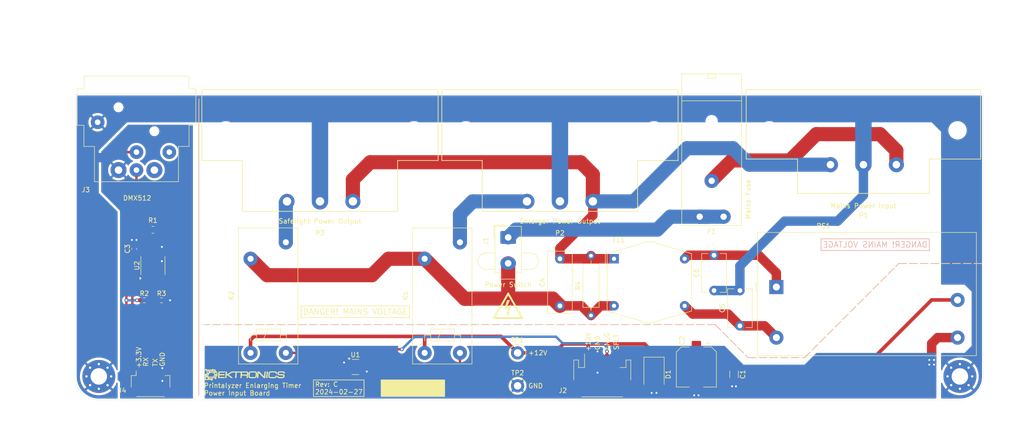
<source format=kicad_pcb>
(kicad_pcb (version 20240108) (generator "pcbnew") (generator_version "8.0")
  (title_block (title "Printalyzer - Power Input Board") (date "2024-02-27") (rev "C") (company "Dektronics, Inc.") (comment 1 "Derek Konigsberg"))
  (layers (0 "F.Cu" signal) (31 "B.Cu" signal) (34 "B.Paste" user) (35 "F.Paste" user) (36 "B.SilkS" user "B.Silkscreen") (37 "F.SilkS" user "F.Silkscreen") (38 "B.Mask" user) (39 "F.Mask" user) (44 "Edge.Cuts" user))
  (net 0 "")
  (net 1 "GND")
  (net 2 "+12V")
  (net 3 "LINE")
  (net 4 "/ENLG_AC_L")
  (net 5 "/SFLT_AC_L")
  (net 6 "NEUT")
  (net 7 "/RELAY_ENLARGER")
  (net 8 "/RELAY_SAFELIGHT")
  (net 9 "Earth")
  (net 10 "+3.3V")
  (net 11 "/RS-485-")
  (net 12 "/RS-485+")
  (net 13 "/RX")
  (net 14 "/RX_EN")
  (net 15 "/TX_EN")
  (net 16 "/TX")
  (net 17 "GND1")
  (net 18 "Net-(J1-A)")
  (net 19 "/AC_F_L")
  (net 22 "Net-(U1-DRAIN1)")
  (net 23 "Net-(U1-DRAIN2)")
  (net 24 "Net-(P1-AC_L)")
  (net 25 "/AC_F_N")
  (footprint "MountingHole:MountingHole_3.5mm_Pad_Via" (layer "F.Cu") (at 41 100)
    (property "Reference" "H1" (hide yes))
    (property "Value" "MountingHole_Pad")
    (pad "1" thru_hole circle (at -2.625 0) (size 0.8 0.8) (drill 0.5) (layers "*.Cu" "*.Mask") (net 9 "Earth"))
    (pad "1" thru_hole circle (at -1.856155 -1.856155) (size 0.8 0.8) (drill 0.5) (layers "*.Cu" "*.Mask") (net 9 "Earth"))
    (pad "1" thru_hole circle (at -1.856155 1.856155) (size 0.8 0.8) (drill 0.5) (layers "*.Cu" "*.Mask") (net 9 "Earth"))
    (pad "1" thru_hole circle (at 0 -2.625) (size 0.8 0.8) (drill 0.5) (layers "*.Cu" "*.Mask") (net 9 "Earth"))
    (pad "1" thru_hole circle (at 0 0) (size 7 7) (drill 3.5) (layers "*.Cu" "*.Mask") (net 9 "Earth"))
    (pad "1" thru_hole circle (at 0 2.625) (size 0.8 0.8) (drill 0.5) (layers "*.Cu" "*.Mask") (net 9 "Earth"))
    (pad "1" thru_hole circle (at 1.856155 -1.856155) (size 0.8 0.8) (drill 0.5) (layers "*.Cu" "*.Mask") (net 9 "Earth"))
    (pad "1" thru_hole circle (at 1.856155 1.856155) (size 0.8 0.8) (drill 0.5) (layers "*.Cu" "*.Mask") (net 9 "Earth"))
    (pad "1" thru_hole circle (at 2.625 0) (size 0.8 0.8) (drill 0.5) (layers "*.Cu" "*.Mask") (net 9 "Earth"))
  )
  (footprint "MountingHole:MountingHole_3.5mm_Pad_Via" (layer "F.Cu") (at 224 100)
    (property "Reference" "H2" (hide yes))
    (property "Value" "MountingHole_Pad")
    (pad "1" thru_hole circle (at -2.625 0) (size 0.8 0.8) (drill 0.5) (layers "*.Cu" "*.Mask") (net 9 "Earth"))
    (pad "1" thru_hole circle (at -1.856155 -1.856155) (size 0.8 0.8) (drill 0.5) (layers "*.Cu" "*.Mask") (net 9 "Earth"))
    (pad "1" thru_hole circle (at -1.856155 1.856155) (size 0.8 0.8) (drill 0.5) (layers "*.Cu" "*.Mask") (net 9 "Earth"))
    (pad "1" thru_hole circle (at 0 -2.625) (size 0.8 0.8) (drill 0.5) (layers "*.Cu" "*.Mask") (net 9 "Earth"))
    (pad "1" thru_hole circle (at 0 0) (size 7 7) (drill 3.5) (layers "*.Cu" "*.Mask") (net 9 "Earth"))
    (pad "1" thru_hole circle (at 0 2.625) (size 0.8 0.8) (drill 0.5) (layers "*.Cu" "*.Mask") (net 9 "Earth"))
    (pad "1" thru_hole circle (at 1.856155 -1.856155) (size 0.8 0.8) (drill 0.5) (layers "*.Cu" "*.Mask") (net 9 "Earth"))
    (pad "1" thru_hole circle (at 1.856155 1.856155) (size 0.8 0.8) (drill 0.5) (layers "*.Cu" "*.Mask") (net 9 "Earth"))
    (pad "1" thru_hole circle (at 2.625 0) (size 0.8 0.8) (drill 0.5) (layers "*.Cu" "*.Mask") (net 9 "Earth"))
  )
  (footprint "lib_fp:Relay_SPST_Omron_G2RL-1A" (layer "F.Cu") (at 110.25 95 90)
    (property "Reference" "K1" (at 12.192 -4.064 90) (layer "F.SilkS"))
    (property "Value" "SPST-NO")
    (pad "1" thru_hole circle (at 0 7.5 90) (size 3 3) (drill 1.3) (layers "*.Cu" "*.Mask") (net 22 "Net-(U1-DRAIN1)"))
    (pad "3" thru_hole circle (at 23.5 7.5 90) (size 3 3) (drill 1.3) (layers "*.Cu" "*.Mask") (net 4 "/ENLG_AC_L"))
    (pad "4" thru_hole circle (at 20 0 90) (size 3 3) (drill 1.3) (layers "*.Cu" "*.Mask") (net 3 "LINE"))
    (pad "5" thru_hole circle (at 0 0 90) (size 3 3) (drill 1.3) (layers "*.Cu" "*.Mask") (net 2 "+12V"))
  )
  (footprint "lib_fp:Relay_SPST_Omron_G2RL-1A" (layer "F.Cu") (at 73.25 95 90)
    (property "Reference" "K2" (at 12.192 -4.064 90) (layer "F.SilkS"))
    (property "Value" "SPST-NO")
    (pad "1" thru_hole circle (at 0 7.5 90) (size 3 3) (drill 1.3) (layers "*.Cu" "*.Mask") (net 23 "Net-(U1-DRAIN2)"))
    (pad "3" thru_hole circle (at 23.5 7.5 90) (size 3 3) (drill 1.3) (layers "*.Cu" "*.Mask") (net 5 "/SFLT_AC_L"))
    (pad "4" thru_hole circle (at 20 0 90) (size 3 3) (drill 1.3) (layers "*.Cu" "*.Mask") (net 3 "LINE"))
    (pad "5" thru_hole circle (at 0 0 90) (size 3 3) (drill 1.3) (layers "*.Cu" "*.Mask") (net 2 "+12V"))
  )
  (footprint "lib_fp:Schurter_GSP1_9113_1" (layer "F.Cu") (at 203.5 47.7)
    (property "Reference" "P1" (at 0 18.05 0) (layer "F.SilkS"))
    (property "Value" "IEC320-C14")
    (pad "" np_thru_hole circle (at -20 0) (size 3.4 3.4) (drill 3.4) (layers "*.Cu" "*.Mask"))
    (pad "" np_thru_hole circle (at 20 0) (size 3.4 3.4) (drill 3.4) (layers "*.Cu" "*.Mask"))
    (pad "1" thru_hole circle (at 7 7.3) (size 3.2 3.2) (drill 1.6) (layers "*.Cu" "*.Mask") (net 24 "Net-(P1-AC_L)"))
    (pad "2" thru_hole circle (at -7 7.3) (size 3.2 3.2) (drill 1.6) (layers "*.Cu" "*.Mask") (net 6 "NEUT"))
    (pad "3" thru_hole circle (at 0 7.3) (size 3.2 3.2) (drill 1.6) (layers "*.Cu" "*.Mask") (net 9 "Earth"))
  )
  (footprint "lib_fp:Schurter_6182_0033" (layer "F.Cu") (at 88 47.7)
    (property "Reference" "P3" (at 0 21.844 0) (layer "F.SilkS"))
    (property "Value" "IEC320-C13")
    (pad "" np_thru_hole circle (at -20 0) (size 3.4 3.4) (drill 3.4) (layers "*.Cu" "*.Mask"))
    (pad "" np_thru_hole circle (at 20 0) (size 3.4 3.4) (drill 3.4) (layers "*.Cu" "*.Mask"))
    (pad "1" thru_hole circle (at -7 15.1) (size 3.2 3.2) (drill 1.8) (layers "*.Cu" "*.Mask") (net 5 "/SFLT_AC_L"))
    (pad "2" thru_hole circle (at 7 15.1) (size 3.2 3.2) (drill 1.8) (layers "*.Cu" "*.Mask") (net 6 "NEUT"))
    (pad "3" thru_hole circle (at 0 15.1) (size 3.2 3.2) (drill 1.8) (layers "*.Cu" "*.Mask") (net 9 "Earth"))
  )
  (footprint "lib_fp:OnSemi_SC-74-6_1.5x3.0mm_P0.95mm" (layer "F.Cu") (at 95.53 98)
    (property "Reference" "U1" (at 0 -2.6 0) (layer "F.SilkS"))
    (property "Value" "SZNUD3124DMT1G")
    (pad "1" smd roundrect (at -1.2 -0.95) (size 1 0.7) (layers "F.Cu" "F.Paste" "F.Mask") (net 1 "GND"))
    (pad "2" smd roundrect (at -1.2 0) (size 1 0.7) (layers "F.Cu" "F.Paste" "F.Mask") (net 7 "/RELAY_ENLARGER"))
    (pad "3" smd roundrect (at -1.2 0.95) (size 1 0.7) (layers "F.Cu" "F.Paste" "F.Mask") (net 23 "Net-(U1-DRAIN2)"))
    (pad "4" smd roundrect (at 1.2 0.95) (size 1 0.7) (layers "F.Cu" "F.Paste" "F.Mask") (net 1 "GND"))
    (pad "5" smd roundrect (at 1.2 0) (size 1 0.7) (layers "F.Cu" "F.Paste" "F.Mask") (net 8 "/RELAY_SAFELIGHT"))
    (pad "6" smd roundrect (at 1.2 -0.95) (size 1 0.7) (layers "F.Cu" "F.Paste" "F.Mask") (net 22 "Net-(U1-DRAIN1)"))
  )
  (footprint "lib_fp:Schurter_6182_0033" (layer "F.Cu") (at 139 47.7)
    (property "Reference" "P2" (at 0 21.844 0) (layer "F.SilkS"))
    (property "Value" "IEC320-C13")
    (pad "" np_thru_hole circle (at -20 0) (size 3.4 3.4) (drill 3.4) (layers "*.Cu" "*.Mask"))
    (pad "" np_thru_hole circle (at 20 0) (size 3.4 3.4) (drill 3.4) (layers "*.Cu" "*.Mask"))
    (pad "1" thru_hole circle (at -7 15.1) (size 3.2 3.2) (drill 1.8) (layers "*.Cu" "*.Mask") (net 4 "/ENLG_AC_L"))
    (pad "2" thru_hole circle (at 7 15.1) (size 3.2 3.2) (drill 1.8) (layers "*.Cu" "*.Mask") (net 6 "NEUT"))
    (pad "3" thru_hole circle (at 0 15.1) (size 3.2 3.2) (drill 1.8) (layers "*.Cu" "*.Mask") (net 9 "Earth"))
  )
  (footprint "lib_fp:Fuseholder_Cylinder-5x20mm_Schurter_FPG5_3101.0050_Horizontal_Closed" (layer "F.Cu") (at 171.25 66.06 90)
    (property "Reference" "F1" (at -3.171 -0.026 0) (layer "F.SilkS"))
    (property "Value" "Fuse")
    (pad "" np_thru_hole circle (at 20.32 0 90) (size 2.1 2.1) (drill 2.1) (layers "F&B.Cu" "*.Mask"))
    (pad "1" thru_hole circle (at 0 -2.54 90) (size 3 3) (drill 1.35) (layers "*.Cu" "*.Mask") (net 18 "Net-(J1-A)"))
    (pad "1" thru_hole circle (at 0 2.54 90) (size 3 3) (drill 1.35) (layers "*.Cu" "*.Mask") (net 18 "Net-(J1-A)"))
    (pad "2" thru_hole circle (at 7.62 0 90) (size 3 3) (drill 1.35) (layers "*.Cu" "*.Mask") (net 24 "Net-(P1-AC_L)"))
  )
  (footprint "Diode_SMD:D_SMB" (layer "F.Cu") (at 159 99.568 -90)
    (property "Reference" "D1" (at 0 -3 90) (layer "F.SilkS"))
    (property "Value" "SMBJ20A")
    (pad "1" smd roundrect (at -2.15 0 270) (size 2.5 2.3) (layers "F.Cu" "F.Paste" "F.Mask") (roundrect_rratio 0.1086956522) (net 2 "+12V"))
    (pad "2" smd roundrect (at 2.15 0 270) (size 2.5 2.3) (layers "F.Cu" "F.Paste" "F.Mask") (roundrect_rratio 0.1086956522) (net 1 "GND"))
  )
  (footprint "Package_SO:SOIC-8_3.9x4.9mm_P1.27mm" (layer "F.Cu") (at 52.5 76.454 90)
    (property "Reference" "U2" (at 0 -3.4 90) (layer "F.SilkS"))
    (property "Value" "THVD1439")
    (pad "1" smd roundrect (at -2.475 -1.905 90) (size 1.95 0.6) (layers "F.Cu" "F.Paste" "F.Mask") (net 13 "/RX"))
    (pad "2" smd roundrect (at -2.475 -0.635 90) (size 1.95 0.6) (layers "F.Cu" "F.Paste" "F.Mask") (net 14 "/RX_EN"))
    (pad "3" smd roundrect (at -2.475 0.635 90) (size 1.95 0.6) (layers "F.Cu" "F.Paste" "F.Mask") (net 15 "/TX_EN"))
    (pad "4" smd roundrect (at -2.475 1.905 90) (size 1.95 0.6) (layers "F.Cu" "F.Paste" "F.Mask") (net 16 "/TX"))
    (pad "5" smd roundrect (at 2.475 1.905 90) (size 1.95 0.6) (layers "F.Cu" "F.Paste" "F.Mask") (net 17 "GND1"))
    (pad "6" smd roundrect (at 2.475 0.635 90) (size 1.95 0.6) (layers "F.Cu" "F.Paste" "F.Mask") (net 12 "/RS-485+"))
    (pad "7" smd roundrect (at 2.475 -0.635 90) (size 1.95 0.6) (layers "F.Cu" "F.Paste" "F.Mask") (net 11 "/RS-485-"))
    (pad "8" smd roundrect (at 2.475 -1.905 90) (size 1.95 0.6) (layers "F.Cu" "F.Paste" "F.Mask") (net 10 "+3.3V"))
  )
  (footprint "Connector_JST:JST_PH_S4B-PH-SM4-TB_1x04-1MP_P2.00mm_Horizontal" (layer "F.Cu") (at 148 99.822)
    (property "Reference" "J2" (at -8.382 3.178 0) (layer "F.SilkS"))
    (property "Value" "Main Board")
    (pad "1" smd roundrect (at -3 -2.85) (size 1 3.5) (layers "F.Cu" "F.Paste" "F.Mask") (net 2 "+12V"))
    (pad "2" smd roundrect (at -1 -2.85) (size 1 3.5) (layers "F.Cu" "F.Paste" "F.Mask") (net 1 "GND"))
    (pad "3" smd roundrect (at 1 -2.85) (size 1 3.5) (layers "F.Cu" "F.Paste" "F.Mask") (net 7 "/RELAY_ENLARGER"))
    (pad "4" smd roundrect (at 3 -2.85) (size 1 3.5) (layers "F.Cu" "F.Paste" "F.Mask") (net 8 "/RELAY_SAFELIGHT"))
    (pad "MP" smd roundrect (at -5.35 2.9) (size 1.5 3.4) (layers "F.Cu" "F.Paste" "F.Mask") (roundrect_rratio 0.166667))
    (pad "MP" smd roundrect (at 5.35 2.9) (size 1.5 3.4) (layers "F.Cu" "F.Paste" "F.Mask") (roundrect_rratio 0.166667))
  )
  (footprint "lib_fp:C_Rect_L13.0mm_W5.0mm_P10.00mm_Kemet_R46" (layer "F.Cu") (at 139 84.99933 90)
    (property "Reference" "C4" (at 5 -3.75 90) (layer "F.SilkS"))
    (property "Value" "0.1uF(X2)")
    (pad "1" thru_hole circle (at 0 0 90) (size 2 2) (drill 1) (layers "*.Cu" "*.Mask") (net 3 "LINE"))
    (pad "2" thru_hole circle (at 10 0 90) (size 2 2) (drill 1) (layers "*.Cu" "*.Mask") (net 6 "NEUT"))
  )
  (footprint "lib_fp:CP_Elec_8x10.2" (layer "F.Cu") (at 168 98 -90)
    (property "Reference" "C2" (at -5.6 3.032 90) (layer "F.SilkS"))
    (property "Value" "47uF")
    (pad "1" smd roundrect (at -3.55 0 270) (size 4 2) (layers "F.Cu" "F.Paste" "F.Mask") (roundrect_rratio 0.1) (net 2 "+12V"))
    (pad "2" smd roundrect (at 3.55 0 270) (size 4 2) (layers "F.Cu" "F.Paste" "F.Mask") (roundrect_rratio 0.1) (net 1 "GND"))
  )
  (footprint "Capacitor_SMD:C_1206_3216Metric" (layer "F.Cu") (at 176 99.568 -90)
    (property "Reference" "C1" (at 0 -1.85 90) (layer "F.SilkS"))
    (property "Value" "0.1uF")
    (pad "1" smd roundrect (at -1.475 0 270) (size 1.15 1.8) (layers "F.Cu" "F.Paste" "F.Mask") (roundrect_rratio 0.217391) (net 2 "+12V"))
    (pad "2" smd roundrect (at 1.475 0 270) (size 1.15 1.8) (layers "F.Cu" "F.Paste" "F.Mask") (roundrect_rratio 0.217391) (net 1 "GND"))
  )
  (footprint "Resistor_SMD:R_0603_1608Metric" (layer "F.Cu") (at 54.3306 83.82)
    (property "Reference" "R3" (at 0 -1.43 0) (layer "F.SilkS"))
    (property "Value" "10K")
    (pad "1" smd roundrect (at -0.825 0) (size 0.8 0.95) (layers "F.Cu" "F.Paste" "F.Mask") (net 15 "/TX_EN"))
    (pad "2" smd roundrect (at 0.825 0) (size 0.8 0.95) (layers "F.Cu" "F.Paste" "F.Mask") (net 17 "GND1"))
  )
  (footprint "Resistor_SMD:R_0805_2012Metric" (layer "F.Cu") (at 52.5 68.834 180)
    (property "Reference" "R1" (at 0 2 0) (layer "F.SilkS"))
    (property "Value" "120R")
    (pad "1" smd roundrect (at -0.9125 0 180) (size 1.025 1.4) (layers "F.Cu" "F.Paste" "F.Mask") (roundrect_rratio 0.243902) (net 12 "/RS-485+"))
    (pad "2" smd roundrect (at 0.9125 0 180) (size 1.025 1.4) (layers "F.Cu" "F.Paste" "F.Mask") (roundrect_rratio 0.243902) (net 11 "/RS-485-"))
  )
  (footprint "lib_fp:Choke_Schaffner_RN112-02-17.7x17.1mm" (layer "F.Cu") (at 150.5 74.99933)
    (property "Reference" "FL1" (at 1 -3.99933 0) (layer "F.SilkS"))
    (property "Value" "15uH")
    (pad "1" thru_hole rect (at 0 0) (size 2 2) (drill 0.9) (layers "*.Cu" "*.Mask") (net 6 "NEUT"))
    (pad "2" thru_hole circle (at 15 0) (size 2 2) (drill 0.9) (layers "*.Cu" "*.Mask") (net 25 "/AC_F_N"))
    (pad "3" thru_hole circle (at 0 10) (size 2 2) (drill 0.9) (layers "*.Cu" "*.Mask") (net 3 "LINE"))
    (pad "4" thru_hole circle (at 15 10) (size 2 2) (drill 0.9) (layers "*.Cu" "*.Mask") (net 19 "/AC_F_L"))
  )
  (footprint "Resistor_SMD:R_0603_1608Metric" (layer "F.Cu") (at 50.673 83.82)
    (property "Reference" "R2" (at 0 -1.43 0) (layer "F.SilkS"))
    (property "Value" "10K")
    (pad "1" smd roundrect (at -0.825 0) (size 0.8 0.95) (layers "F.Cu" "F.Paste" "F.Mask") (net 10 "+3.3V"))
    (pad "2" smd roundrect (at 0.825 0) (size 0.8 0.95) (layers "F.Cu" "F.Paste" "F.Mask") (net 14 "/RX_EN"))
  )
  (footprint "lib_fp:C_Disc_D8.0mm_W5.0mm_P7.50mm_Vishay_VY2" (layer "F.Cu") (at 177.25 89.25 90)
    (property "Reference" "C5" (at 3.75 -3.75 90) (layer "F.SilkS"))
    (property "Value" "2200pF(Y2)")
    (pad "1" thru_hole circle (at 0 0 90) (size 2 2) (drill 1) (layers "*.Cu" "*.Mask") (net 19 "/AC_F_L"))
    (pad "2" thru_hole circle (at 7.5 0 90) (size 2 2) (drill 1) (layers "*.Cu" "*.Mask") (net 9 "Earth"))
  )
  (footprint "Connector_JST:JST_SH_SM06B-SRSS-TB_1x06-1MP_P1.00mm_Horizontal" (layer "F.Cu") (at 52 101.6)
    (property "Reference" "J4" (at -6.026 1.4 0) (layer "F.SilkS"))
    (property "Value" "DMX512")
    (pad "1" smd roundrect (at -2.5 -2) (size 0.6 1.55) (layers "F.Cu" "F.Paste" "F.Mask") (net 10 "+3.3V"))
    (pad "2" smd roundrect (at -1.5 -2) (size 0.6 1.55) (layers "F.Cu" "F.Paste" "F.Mask") (net 13 "/RX"))
    (pad "3" smd roundrect (at -0.5 -2) (size 0.6 1.55) (layers "F.Cu" "F.Paste" "F.Mask") (net 14 "/RX_EN"))
    (pad "4" smd roundrect (at 0.5 -2) (size 0.6 1.55) (layers "F.Cu" "F.Paste" "F.Mask") (net 15 "/TX_EN"))
    (pad "5" smd roundrect (at 1.5 -2) (size 0.6 1.55) (layers "F.Cu" "F.Paste" "F.Mask") (net 16 "/TX"))
    (pad "6" smd roundrect (at 2.5 -2) (size 0.6 1.55) (layers "F.Cu" "F.Paste" "F.Mask") (net 17 "GND1"))
    (pad "MP" smd roundrect (at -3.8 1.875) (size 1.2 1.8) (layers "F.Cu" "F.Paste" "F.Mask") (roundrect_rratio 0.208333))
    (pad "MP" smd roundrect (at 3.8 1.875) (size 1.2 1.8) (layers "F.Cu" "F.Paste" "F.Mask") (roundrect_rratio 0.208333))
  )
  (footprint "lib_fp:Converter_ACDC_RECOM_RAC10E-xxSK_277_THT" (layer "F.Cu") (at 185 81)
    (property "Reference" "PS1" (at 10 -13 0) (layer "F.SilkS"))
    (property "Value" "RAC10E-12SK/277")
    (pad "1" thru_hole rect (at 0 0) (size 3 3) (drill 1.5) (layers "*.Cu" "*.Mask") (net 25 "/AC_F_N"))
    (pad "2" thru_hole circle (at 0 10.75) (size 3 3) (drill 1.5) (layers "*.Cu" "*.Mask") (net 19 "/AC_F_L"))
    (pad "3" thru_hole circle (at 38.5 10.75) (size 3 3) (drill 1.5) (layers "*.Cu" "*.Mask") (net 1 "GND"))
    (pad "4" thru_hole circle (at 38.5 2.75) (size 3 3) (drill 1.5) (layers "*.Cu" "*.Mask") (net 2 "+12V"))
  )
  (footprint "lib_fp:Dektronics-logo" (layer "F.Cu") (at 72.25 99.5)
    (property "Reference" "LOGO" (hide yes))
    (property "Value" "G***" (hide yes))
  )
  (footprint "Connector_Audio:Jack_XLR_Neutrik_NC5FBH_Horizontal" (layer "F.Cu") (at 45.19 56.15 90)
    (property "Reference" "J3" (at -4.191 -6.963 0) (layer "F.SilkS"))
    (property "Value" "DMX512 Out Jack")
    (pad "" np_thru_hole circle (at 8.26 7.62 90) (size 1.6 1.6) (drill 1.6) (layers "*.Cu" "*.Mask"))
    (pad "" np_thru_hole circle (at 13.34 0 90) (size 1.6 1.6) (drill 1.6) (layers "*.Cu" "*.Mask"))
    (pad "1" thru_hole circle (at 0 0 90) (size 3.4 3.4) (drill 1.6) (layers "*.Cu" "*.Mask") (net 17 "GND1"))
    (pad "2" thru_hole circle (at 3.815 3.81 90) (size 2.9 2.9) (drill 1.2) (layers "*.Cu" "*.Mask") (net 11 "/RS-485-"))
    (pad "3" thru_hole circle (at 0 3.81 90) (size 2.9 2.9) (drill 1.2) (layers "*.Cu" "*.Mask") (net 12 "/RS-485+"))
    (pad "4" thru_hole circle (at 3.815 10.79 90) (size 2.9 2.9) (drill 1.2) (layers "*.Cu" "*.Mask"))
    (pad "5" thru_hole circle (at 0 7.62 90) (size 3.4 3.4) (drill 1.6) (layers "*.Cu" "*.Mask"))
    (pad "G" thru_hole circle (at 10.17 -4.44 90) (size 2.9 2.9) (drill 1.2) (layers "*.Cu" "*.Mask") (net 9 "Earth"))
  )
  (footprint "lib_fp:Molex_Mini-Fit_Jr_172447_2x01_P4.20mm_Vertical" (layer "F.Cu") (at 128 70.46)
    (property "Reference" "J1" (at -4.75 0.79 90) (layer "F.SilkS"))
    (property "Value" "SW_SPST")
    (pad "" np_thru_hole circle (at -4.7 5.04) (size 3 3) (drill 3) (layers "*.Cu" "*.Mask"))
    (pad "" np_thru_hole circle (at 4.7 5.04) (size 3 3) (drill 3) (layers "*.Cu" "*.Mask"))
    (pad "1" thru_hole roundrect (at 0 0) (size 3.3 2.7) (drill 1.4) (layers "*.Cu" "*.Mask") (roundrect_rratio 0.092593) (net 18 "Net-(J1-A)"))
    (pad "2" thru_hole oval (at 0 5.5) (size 3.3 2.7) (drill 1.4) (layers "*.Cu" "*.Mask") (net 3 "LINE"))
  )
  (footprint "Capacitor_SMD:C_0603_1608Metric" (layer "F.Cu") (at 48.514 72.898 90)
    (property "Reference" "C3" (at 0 -1.43 90) (layer "F.SilkS"))
    (property "Value" "0.1uF")
    (pad "1" smd roundrect (at -0.775 0 90) (size 0.9 0.95) (layers "F.Cu" "F.Paste" "F.Mask") (net 10 "+3.3V"))
    (pad "2" smd roundrect (at 0.775 0 90) (size 0.9 0.95) (layers "F.Cu" "F.Paste" "F.Mask") (net 17 "GND1"))
  )
  (footprint "TestPoint:TestPoint_Keystone_5005-5009_Compact" (layer "F.Cu") (at 130 95)
    (property "Reference" "TP1" (at 0 -2.75 0) (layer "F.SilkS"))
    (property "Value" "TestPoint")
    (pad "1" thru_hole circle (at 0 0) (size 2.8 2.8) (drill 1.6) (layers "*.Cu" "*.Mask") (net 2 "+12V"))
  )
  (footprint "Resistor_THT:R_Axial_DIN0309_L9.0mm_D3.2mm_P12.70mm_Horizontal" (layer "F.Cu") (at 145.6 87.05 90)
    (property "Reference" "R4" (at 6.35 -2.72 -90) (layer "F.SilkS"))
    (property "Value" "1M(1/2W)")
    (pad "1" thru_hole circle (at 0 0 90) (size 1.6 1.6) (drill 0.8) (layers "*.Cu" "*.Mask") (net 3 "LINE"))
    (pad "2" thru_hole oval (at 12.7 0 90) (size 1.6 1.6) (drill 0.8) (layers "*.Cu" "*.Mask") (net 6 "NEUT"))
  )
  (footprint "Fiducial:Fiducial_1mm_Mask2mm" (layer "F.Cu") (at 39 63)
    (property "Reference" "FID2" (hide yes))
    (property "Value" "Fiducial")
    (pad "" smd circle (at 0 0) (size 1 1) (layers "F.Cu" "F.Mask") (clearance 0.5))
  )
  (footprint "lib_fp:C_Disc_D8.0mm_W5.0mm_P7.50mm_Vishay_VY2" (layer "F.Cu") (at 171.75 81.75 90)
    (property "Reference" "C6" (at 3.75 -3.75 90) (layer "F.SilkS"))
    (property "Value" "2200pF(Y2)")
    (pad "1" thru_hole circle (at 0 0 90) (size 2 2) (drill 1) (layers "*.Cu" "*.Mask") (net 9 "Earth"))
    (pad "2" thru_hole circle (at 7.5 0 90) (size 2 2) (drill 1) (layers "*.Cu" "*.Mask") (net 25 "/AC_F_N"))
  )
  (footprint "lib_fp:Symbol_HighVoltage_Triangle_6x6mm_SilkScreen" (layer "F.Cu") (at 128 85)
    (property "Reference" "REF**" (hide yes))
    (property "Value" "Symbol_HighVoltage_Triangle_6x6mm_SilkScreen" (hide yes))
  )
  (footprint "TestPoint:TestPoint_Keystone_5005-5009_Compact" (layer "F.Cu") (at 130 102)
    (property "Reference" "TP2" (at 0 -2.75 0) (layer "F.SilkS"))
    (property "Value" "TestPoint")
    (pad "1" thru_hole circle (at 0 0) (size 2.8 2.8) (drill 1.6) (layers "*.Cu" "*.Mask") (net 1 "GND"))
  )
  (footprint "Fiducial:Fiducial_1mm_Mask2mm" (layer "F.Cu") (at 39 94)
    (property "Reference" "FID1" (hide yes))
    (property "Value" "Fiducial")
    (pad "" smd circle (at 0 0) (size 1 1) (layers "F.Cu" "F.Mask") (clearance 0.5))
  )
  (footprint "Fiducial:Fiducial_1mm_Mask2mm" (layer "F.Cu") (at 226 63)
    (property "Reference" "FID3" (hide yes))
    (property "Value" "Fiducial")
    (pad "" smd circle (at 0 0) (size 1 1) (layers "F.Cu" "F.Mask") (clearance 0.5))
  )
  (footprint "NetTie:NetTie-2_SMD_Pad2.0mm" (layer "B.Cu") (at 41 53.5 180)
    (property "Reference" "NT1" (hide yes))
    (property "Value" "NetTie_2" (hide yes))
    (fp_poly (pts (xy -2 1) (xy 2 1) (xy 2 -1) (xy -2 -1)) (fill solid) (layer "B.Cu"))
    (pad "1" smd circle (at -2 0 180) (size 2 2) (layers "B.Cu") (net 17 "GND1"))
    (pad "2" smd circle (at 2 0 180) (size 2 2) (layers "B.Cu") (net 9 "Earth"))
  )
  (gr_line (start 217.5 73.25) (end 217.5 70.75) (stroke (width 0.1524)) (layer "B.SilkS"))
  (gr_line (start 172 89) (end 63.5 89) (stroke (width 0.1524) (type dash)) (layer "B.SilkS"))
  (gr_line (start 194.5 73.25) (end 217.5 73.25) (stroke (width 0.1524)) (layer "B.SilkS"))
  (gr_line (start 194.5 70.75) (end 194.5 73.25) (stroke (width 0.1524)) (layer "B.SilkS"))
  (gr_line (start 217.5 70.75) (end 194.5 70.75) (stroke (width 0.1524)) (layer "B.SilkS"))
  (gr_line (start 172 89) (end 179 96) (stroke (width 0.1524) (type dash)) (layer "B.SilkS"))
  (gr_line (start 179 96) (end 191 96) (stroke (width 0.1524) (type dash)) (layer "B.SilkS"))
  (gr_line (start 191 96) (end 211 76) (stroke (width 0.1524) (type dash)) (layer "B.SilkS"))
  (gr_line (start 211 76) (end 229 76) (stroke (width 0.1524) (type dash)) (layer "B.SilkS"))
  (gr_line (start 62.25 41) (end 62.25 104) (stroke (width 0.1524)) (layer "B.SilkS"))
  (gr_line (start 107 85) (end 84 85) (stroke (width 0.1524)) (layer "F.SilkS"))
  (gr_line (start 107 87.5) (end 107 85) (stroke (width 0.1524)) (layer "F.SilkS"))
  (gr_line (start 84 85) (end 84 87.5) (stroke (width 0.1524)) (layer "F.SilkS"))
  (gr_line (start 84 87.5) (end 107 87.5) (stroke (width 0.1524)) (layer "F.SilkS"))
  (gr_rect (start 86.625 100.75) (end 97.375 104.25) (stroke (width 0.1524)) (fill none) (layer "F.SilkS"))
  (gr_line (start 179 96) (end 191 96) (stroke (width 0.1524) (type dash)) (layer "F.SilkS"))
  (gr_line (start 62.25 41) (end 62.25 104) (stroke (width 0.1524)) (layer "F.SilkS"))
  (gr_line (start 211 76) (end 229 76) (stroke (width 0.1524) (type dash)) (layer "F.SilkS"))
  (gr_line (start 172 89) (end 63 89) (stroke (width 0.1524) (type dash)) (layer "F.SilkS"))
  (gr_line (start 172 89) (end 179 96) (stroke (width 0.1524) (type dash)) (layer "F.SilkS"))
  (gr_rect (start 101 100.75) (end 114.5 104.25) (stroke (width 0.1524)) (fill solid) (layer "F.SilkS"))
  (gr_line (start 191 96) (end 211 76) (stroke (width 0.1524) (type dash)) (layer "F.SilkS"))
  (gr_rect (start 75 100) (end 75 100) (stroke (width 0.1524)) (fill none) (layer "F.SilkS"))
  (gr_line (start 41 105) (end 224 105) (stroke (width 0.0381)) (layer "Edge.Cuts"))
  (gr_line (start 36 40) (end 229 40) (stroke (width 0.0381)) (layer "Edge.Cuts"))
  (gr_line (start 229 40) (end 229 100) (stroke (width 0.0381)) (layer "Edge.Cuts"))
  (gr_arc (start 229 100) (mid 227.535534 103.535534) (end 224 105) (stroke (width 0.0381)) (layer "Edge.Cuts"))
  (gr_arc (start 41 105) (mid 37.464466 103.535534) (end 36 100) (stroke (width 0.0381)) (layer "Edge.Cuts"))
  (gr_line (start 36 40) (end 36 100) (stroke (width 0.0381)) (layer "Edge.Cuts"))
  (gr_text "DANGER! MAINS VOLTAGE" (at 206 72 0) (layer "B.SilkS") (effects (font (size 1.2 1.2)) (justify mirror)))
  (gr_text "Safelight Power Output" (at 88 67 0) (layer "F.SilkS") (effects (font (size 1 1))))
  (gr_text "Enlarger Power Output" (at 139 67 0) (layer "F.SilkS") (effects (font (size 1 1))))
  (gr_text "Mains Power Input" (at 203.5 63.75 0) (layer "F.SilkS") (effects (font (size 1 1))))
  (gr_text "Mains Fuse" (at 179 62.357 90) (layer "F.SilkS") (effects (font (size 1 1))))
  (gr_text "DANGER! MAINS VOLTAGE" (at 95.5 86.25 0) (layer "F.SilkS") (effects (font (size 1.2 1.2))))
  (gr_text "Printalyzer Enlarging Timer\nPower Input Board" (at 63.25 102.75 0) (layer "F.SilkS") (effects (font (size 1 1)) (justify left)))
  (gr_text "TX" (at 53 98 90) (layer "F.SilkS") (effects (font (size 1 1)) (justify left)))
  (gr_text "DMX512" (at 49.149 62.103 0) (layer "F.SilkS") (effects (font (size 1 1))))
  (gr_text "+12V" (at 145 94.742 90) (layer "F.SilkS") (effects (font (size 1 1)) (justify left)))
  (gr_text "Rev: ${REVISION}\n${ISSUE_DATE}" (at 86.875 102.5 0) (layer "F.SilkS") (effects (font (size 1 1)) (justify left)))
  (gr_text "GND" (at 54.5 98 90) (layer "F.SilkS") (effects (font (size 1 1)) (justify left)))
  (gr_text "GND" (at 132.207 102 0) (layer "F.SilkS") (effects (font (size 1 1)) (justify left)))
  (gr_text "+3.3V" (at 49.5 98.298 90) (layer "F.SilkS") (effects (font (size 1 1)) (justify left)))
  (gr_text "Power Switch" (at 128 80.5 0) (layer "F.SilkS") (effects (font (size 1 1))))
  (gr_text "GND" (at 147 94.488 90) (layer "F.SilkS") (effects (font (size 1 1)) (justify left)))
  (gr_text "ENLG" (at 149 94.488 90) (layer "F.SilkS") (effects (font (size 1 1)) (justify left)))
  (gr_text "RX" (at 51 98 90) (layer "F.SilkS") (effects (font (size 1 1)) (justify left)))
  (gr_text "+12V" (at 132.207 95 0) (layer "F.SilkS") (effects (font (size 1 1)) (justify left)))
  (gr_text "SFLT" (at 151 94.488 90) (layer "F.SilkS") (effects (font (size 1 1)) (justify left)))
  (segment (start 146.9898 94.6912) (end 146.9898 96.9618) (width 0.762) (layer "F.Cu") (net 1))
  (segment (start 167.5384 104.013) (end 168.4528 104.013) (width 0.762) (layer "F.Cu") (net 1))
  (segment (start 176.403 101.446) (end 176 101.043) (width 0.762) (layer "F.Cu") (net 1))
  (segment (start 167.5384 103.5812) (end 167.5384 102.0116) (width 0.762) (layer "F.Cu") (net 1))
  (segment (start 146.9898 99.2124) (end 146.9898 96.9822) (width 0.762) (layer "F.Cu") (net 1))
  (segment (start 176.403 102.108) (end 176.403 101.446) (width 0.762) (layer "F.Cu") (net 1))
  (segment (start 93.1164 97.0534) (end 94.3891 97.0534) (width 0.508) (layer "F.Cu") (net 1))
  (segment (start 218 93.023) (end 219.273 91.75) (width 2) (layer "F.Cu") (net 1))
  (segment (start 168.4528 103.632) (end 168.4528 102.0028) (width 0.762) (layer "F.Cu") (net 1))
  (segment (start 175.5902 102.108) (end 175.741 102.108) (width 0.762) (layer "F.Cu") (net 1))
  (segment (start 168.4528 104.013) (end 168.4528 103.632) (width 0.762) (layer "F.Cu") (net 1))
  (segment (start 97.9424 98.9584) (end 96.6759 98.9584) (width 0.508) (layer "F.Cu") (net 1))
  (segment (start 158.496 103.505) (end 159.512 103.505) (width 0.762) (layer "F.Cu") (net 1))
  (segment (start 159.512 103.505) (end 159.0294 103.0224) (width 0.762) (layer "F.Cu") (net 1))
  (segment (start 159.512 103.505) (end 159.512 102.23) (width 0.762) (layer "F.Cu") (net 1))
  (segment (start 175.5902 101.4528) (end 176 101.043) (width 0.762) (layer "F.Cu") (net 1))
  (segment (start 167.5384 104.013) (end 167.5384 103.5812) (width 0.762) (layer "F.Cu") (net 1))
  (segment (start 159.0294 103.0224) (end 158.9024 103.0224) (width 0.762) (layer "F.Cu") (net 1))
  (segment (start 175.5902 102.108) (end 176.403 102.108) (width 0.762) (layer "F.Cu") (net 1))
  (segment (start 175.5902 102.108) (end 175.5902 101.4528) (width 0.762) (layer "F.Cu") (net 1))
  (segment (start 167.9702 104.013) (end 167.5384 103.5812) (width 0.762) (layer "F.Cu") (net 1))
  (segment (start 175.741 102.108) (end 176.403 101.446) (width 0.762) (layer "F.Cu") (net 1))
  (segment (start 168.4528 104.013) (end 167.9702 104.013) (width 0.762) (layer "F.Cu") (net 1))
  (segment (start 167.5384 104.013) (end 168.0718 104.013) (width 0.762) (layer "F.Cu") (net 1))
  (segment (start 219.273 91.75) (end 223.5 91.75) (width 2) (layer "F.Cu") (net 1))
  (segment (start 158.496 103.505) (end 158.496 102.222) (width 0.762) (layer "F.Cu") (net 1))
  (segment (start 218 97.409) (end 218 93.023) (width 2) (layer "F.Cu") (net 1))
  (segment (start 168.0718 104.013) (end 168.4528 103.632) (width 0.762) (layer "F.Cu") (net 1))
  (via (at 218.5 96.5) (size 0.8) (drill 0.4) (layers "F.Cu" "B.Cu") (net 1))
  (via (at 217.5 97.5) (size 0.8) (drill 0.4) (layers "F.Cu" "B.Cu") (net 1))
  (via (at 158.496 103.505) (size 0.8) (drill 0.4) (layers "F.Cu" "B.Cu") (net 1))
  (via (at 168.4528 104.013) (size 0.8) (drill 0.4) (layers "F.Cu" "B.Cu") (net 1))
  (via (at 217.5 96.5) (size 0.8) (drill 0.4) (layers "F.Cu" "B.Cu") (net 1))
  (via (at 97.9424 98.9584) (size 0.8) (drill 0.4) (layers "F.Cu" "B.Cu") (net 1))
  (via (at 218.5 97.5) (size 0.8) (drill 0.4) (layers "F.Cu" "B.Cu") (net 1))
  (via (at 146.9898 99.2124) (size 0.8) (drill 0.4) (layers "F.Cu" "B.Cu") (net 1))
  (via (at 176.403 102.108) (size 0.8) (drill 0.4) (layers "F.Cu" "B.Cu") (net 1))
  (via (at 93.1164 97.0534) (size 0.8) (drill 0.4) (layers "F.Cu" "B.Cu") (net 1))
  (via (at 159.512 103.505) (size 0.8) (drill 0.4) (layers "F.Cu" "B.Cu") (net 1))
  (via (at 146.9898 94.6912) (size 0.8) (drill 0.4) (layers "F.Cu" "B.Cu") (net 1))
  (via (at 175.5902 102.108) (size 0.8) (drill 0.4) (layers "F.Cu" "B.Cu") (net 1))
  (via (at 167.5384 104.013) (size 0.8) (drill 0.4) (layers "F.Cu" "B.Cu") (net 1))
  (segment (start 146.9898 94.6912) (end 146.9898 99.2124) (width 0.762) (layer "B.Cu") (net 1))
  (segment (start 178.5 99) (end 177.593 98.093) (width 0.762) (layer "F.Cu") (net 2))
  (segment (start 126.5 91.5) (end 130 95) (width 0.762) (layer "F.Cu") (net 2))
  (segment (start 176 96.752) (end 173.736 94.488) (width 0.762) (layer "F.Cu") (net 2))
  (segment (start 163.576 94.488) (end 160.646 97.418) (width 0.762) (layer "F.Cu") (net 2))
  (segment (start 160.646 97.418) (end 159 97.418) (width 0.762) (layer "F.Cu") (net 2))
  (segment (start 157 93.1) (end 145 93.1) (width 0.762) (layer "F.Cu") (net 2))
  (segment (start 223.5 83.75) (end 218.002 83.75) (width 0.762) (layer "F.Cu") (net 2))
  (segment (start 137.8 95) (end 130 95) (width 0.762) (layer "F.Cu") (net 2))
  (segment (start 159 95.1) (end 157 93.1) (width 0.762) (layer "F.Cu") (net 2))
  (segment (start 145 93.1) (end 139.7 93.1) (width 0.762) (layer "F.Cu") (net 2))
  (segment (start 110.25 91.514) (end 110.236 91.5) (width 0.762) (layer "F.Cu") (net 2))
  (segment (start 73.25 92.231) (end 73.25 95) (width 0.762) (layer "F.Cu") (net 2))
  (segment (start 145 96.972) (end 145 93.1) (width 0.762) (layer "F.Cu") (net 2))
  (segment (start 202.752 99) (end 178.5 99) (width 0.762) (layer "F.Cu") (net 2))
  (segment (start 159 97.418) (end 159 95.1) (width 0.762) (layer "F.Cu") (net 2))
  (segment (start 139.7 93.1) (end 137.8 95) (width 0.762) (layer "F.Cu") (net 2))
  (segment (start 176 98.093) (end 176 96.752) (width 0.762) (layer "F.Cu") (net 2))
  (segment (start 110.677 91.5) (end 126.5 91.5) (width 0.762) (layer "F.Cu") (net 2))
  (segment (start 110.25 95) (end 110.25 91.514) (width 0.762) (layer "F.Cu") (net 2))
  (segment (start 177.593 98.093) (end 176 98.093) (width 0.762) (layer "F.Cu") (net 2))
  (segment (start 73.981 91.5) (end 73.25 92.231) (width 0.762) (layer "F.Cu") (net 2))
  (segment (start 218.002 83.75) (end 202.752 99) (width 0.762) (layer "F.Cu") (net 2))
  (segment (start 173.736 94.488) (end 168.038 94.488) (width 0.762) (layer "F.Cu") (net 2))
  (segment (start 110.677 91.5) (end 73.981 91.5) (width 0.762) (layer "F.Cu") (net 2))
  (segment (start 167.962 94.488) (end 163.576 94.488) (width 0.762) (layer "F.Cu") (net 2))
  (segment (start 110.236 91.5) (end 110.677 91.5) (width 0.762) (layer "F.Cu") (net 2))
  (segment (start 150.5 84.99933) (end 147.65067 84.99933) (width 2) (layer "F.Cu") (net 3))
  (segment (start 120.25 83.5) (end 120.3 83.45) (width 3) (layer "F.Cu") (net 3))
  (segment (start 147.65067 84.99933) (end 145.6 87.05) (width 2) (layer "F.Cu") (net 3))
  (segment (start 143.55 85) (end 145.6 87.05) (width 2) (layer "F.Cu") (net 3))
  (segment (start 128 75.96) (end 128 83.45) (width 3) (layer "F.Cu") (net 3))
  (segment (start 99.06 78.486) (end 102.546 75) (width 3) (layer "F.Cu") (net 3))
  (segment (start 128 83.45) (end 137.45067 83.45) (width 3) (layer "F.Cu") (net 3))
  (segment (start 118.75 83.5) (end 120.25 83.5) (width 3) (layer "F.Cu") (net 3))
  (segment (start 110.25 75) (end 118.75 83.5) (width 3) (layer "F.Cu") (net 3))
  (segment (start 139 84.99933) (end 139.00067 85) (width 2) (layer "F.Cu") (net 3))
  (segment (start 102.546 75) (end 110.25 75) (width 3) (layer "F.Cu") (net 3))
  (segment (start 76.736 78.486) (end 99.06 78.486) (width 3) (layer "F.Cu") (net 3))
  (segment (start 137.45067 83.45) (end 139 84.99933) (width 3) (layer "F.Cu") (net 3))
  (segment (start 73.25 75) (end 76.736 78.486) (width 3) (layer "F.Cu") (net 3))
  (segment (start 120.3 83.45) (end 128 83.45) (width 3) (layer "F.Cu") (net 3))
  (segment (start 139.00067 85) (end 143.55 85) (width 2) (layer "F.Cu") (net 3))
  (segment (start 117.75 71.5) (end 117.75 65.511) (width 3) (layer "B.Cu") (net 4))
  (segment (start 120.461 62.8) (end 132 62.8) (width 3) (layer "B.Cu") (net 4))
  (segment (start 117.75 65.511) (end 120.461 62.8) (width 3) (layer "B.Cu") (net 4))
  (segment (start 80.75 71.5) (end 80.75 63.05) (width 3) (layer "B.Cu") (net 5))
  (segment (start 80.75 63.05) (end 81 62.8) (width 3) (layer "B.Cu") (net 5))
  (segment (start 145.6 74.35) (end 146.25 75) (width 2) (layer "F.Cu") (net 6))
  (segment (start 146 57.076) (end 143.407 54.483) (width 3) (layer "F.Cu") (net 6))
  (segment (start 95 58.162) (end 95 62.8) (width 3) (layer "F.Cu") (net 6))
  (segment (start 146.25 75) (end 150.49933 75) (width 2) (layer "F.Cu") (net 6))
  (segment (start 144.95067 74.99933) (end 145.6 74.35) (width 2) (layer "F.Cu") (net 6))
  (segment (start 139 74.99933) (end 150.5 74.99933) (width 2) (layer "F.Cu") (net 6))
  (segment (start 139 72.75) (end 146 65.75) (width 2) (layer "F.Cu") (net 6))
  (segment (start 139 74.99933) (end 144.95067 74.99933) (width 2) (layer "F.Cu") (net 6))
  (segment (start 98.679 54.483) (end 95 58.162) (width 3) (layer "F.Cu") (net 6))
  (segment (start 146 65.75) (end 146 62.8) (width 2) (layer "F.Cu") (net 6))
  (segment (start 143.407 54.483) (end 98.679 54.483) (width 3) (layer "F.Cu") (net 6))
  (segment (start 139 74.99933) (end 139 72.75) (width 2) (layer "F.Cu") (net 6))
  (segment (start 146 62.8) (end 146 57.076) (width 3) (layer "F.Cu") (net 6))
  (segment (start 179.25 55) (end 196.5 55) (width 3) (layer "B.Cu") (net 6))
  (segment (start 175.75 51.5) (end 179.25 55) (width 3) (layer "B.Cu") (net 6))
  (segment (start 146 62.8) (end 154.7 62.8) (width 3) (layer "B.Cu") (net 6))
  (segment (start 166 51.5) (end 175.75 51.5) (width 3) (layer "B.Cu") (net 6))
  (segment (start 154.7 62.8) (end 166 51.5) (width 3) (layer "B.Cu") (net 6))
  (segment (start 91.313 94.615) (end 91.694 94.234) (width 0.508) (layer "F.Cu") (net 7))
  (segment (start 94.3925 98) (end 91.904 98) (width 0.508) (layer "F.Cu") (net 7))
  (segment (start 148.9964 94.6912) (end 148.9964 96.9684) (width 0.508) (layer "F.Cu") (net 7))
  (segment (start 91.904 98) (end 91.313 97.409) (width 0.508) (layer "F.Cu") (net 7))
  (segment (start 91.694 94.234) (end 105.41 94.234) (width 0.508) (layer "F.Cu") (net 7))
  (segment (start 91.313 97.409) (end 91.313 94.615) (width 0.508) (layer "F.Cu") (net 7))
  (via (at 148.9964 94.6912) (size 0.8) (drill 0.4) (layers "F.Cu" "B.Cu") (net 7))
  (via (at 105.41 94.234) (size 0.8) (drill 0.4) (layers "F.Cu" "B.Cu") (net 7))
  (segment (start 148.971 93.771) (end 148.971 94.615) (width 0.508) (layer "B.Cu") (net 7))
  (segment (start 108.077 91.567) (end 138.167 91.567) (width 0.508) (layer "B.Cu") (net 7))
  (segment (start 138.167 91.567) (end 139.6 93) (width 0.508) (layer "B.Cu") (net 7))
  (segment (start 139.6 93) (end 148.2 93) (width 0.508) (layer "B.Cu") (net 7))
  (segment (start 148.2 93) (end 148.971 93.771) (width 0.508) (layer "B.Cu") (net 7))
  (segment (start 105.41 94.234) (end 108.077 91.567) (width 0.508) (layer "B.Cu") (net 7))
  (segment (start 134.239 100.33) (end 132.461 98.552) (width 0.508) (layer "F.Cu") (net 8))
  (segment (start 149.987 100.33) (end 134.239 100.33) (width 0.508) (layer "F.Cu") (net 8))
  (segment (start 132.461 98.552) (end 127.381 98.552) (width 0.508) (layer "F.Cu") (net 8))
  (segment (start 99.778 98) (end 96.6675 98) (width 0.508) (layer "F.Cu") (net 8))
  (segment (start 125.73 100.203) (end 101.981 100.203) (width 0.508) (layer "F.Cu") (net 8))
  (segment (start 101.981 100.203) (end 99.778 98) (width 0.508) (layer "F.Cu") (net 8))
  (segment (start 127.381 98.552) (end 125.73 100.203) (width 0.508) (layer "F.Cu") (net 8))
  (segment (start 151 99.317) (end 149.987 100.33) (width 0.508) (layer "F.Cu") (net 8))
  (segment (start 151 96.972) (end 151 99.317) (width 0.508) (layer "F.Cu") (net 8))
  (segment (start 171.75 81.75) (end 177.25 81.75) (width 2) (layer "B.Cu") (net 9))
  (segment (start 177.25 76.5) (end 186.75 67) (width 2) (layer "B.Cu") (net 9))
  (segment (start 198 67) (end 203.5 61.5) (width 2) (layer "B.Cu") (net 9))
  (segment (start 88 62.8) (end 88 43) (width 3.5) (layer "B.Cu") (net 9))
  (segment (start 139 62.8) (end 139 43) (width 3.5) (layer "B.Cu") (net 9))
  (segment (start 203.5 55) (end 203.5 43) (width 3.500001) (layer "B.Cu") (net 9))
  (segment (start 177.25 81.75) (end 177.25 76.5) (width 2) (layer "B.Cu") (net 9))
  (segment (start 186.75 67) (end 198 67) (width 2) (layer "B.Cu") (net 9))
  (segment (start 203.5 61.5) (end 203.5 55) (width 2) (layer "B.Cu") (net 9))
  (segment (start 48.514 78.867) (end 48.514 73.673) (width 0.508) (layer "F.Cu") (net 10))
  (segment (start 46.863 86.487) (end 46.863 80.518) (width 0.508) (layer "F.Cu") (net 10))
  (segment (start 49.5 99.6) (end 49.5 89.124) (width 0.508) (layer "F.Cu") (net 10))
  (segment (start 49.5 89.124) (end 46.863 86.487) (width 0.508) (layer "F.Cu") (net 10))
  (segment (start 48.514 73.673) (end 50.289 73.673) (width 0.508) (layer "F.Cu") (net 10))
  (segment (start 49.848 83.82) (end 49.1 83.82) (width 0.508) (layer "F.Cu") (net 10))
  (segment (start 50.289 73.673) (end 50.595 73.979) (width 0.508) (layer "F.Cu") (net 10))
  (segment (start 46.863 80.518) (end 48.514 78.867) (width 0.508) (layer "F.Cu") (net 10))
  (via (at 49.1 83.82) (size 0.8) (drill 0.4) (layers "F.Cu" "B.Cu") (net 10))
  (via (at 46.863 83.82) (size 0.8) (drill 0.4) (layers "F.Cu" "B.Cu") (net 10))
  (segment (start 49.1 83.82) (end 46.863 83.82) (width 0.508) (layer "B.Cu") (net 10))
  (segment (start 51.865 71.169) (end 51.5875 70.8915) (width 0.508) (layer "F.Cu") (net 11))
  (segment (start 51.5875 70.8915) (end 51.5875 68.834) (width 0.508) (layer "F.Cu") (net 11))
  (segment (start 49 52.335) (end 44.439 52.335) (width 0.508) (layer "F.Cu") (net 11))
  (segment (start 51.5875 63.3985) (end 51.5875 68.834) (width 0.508) (layer "F.Cu") (net 11))
  (segment (start 49.53 61.341) (end 51.5875 63.3985) (width 0.508) (layer "F.Cu") (net 11))
  (segment (start 44.439 52.335) (end 42.25 54.524) (width 0.508) (layer "F.Cu") (net 11))
  (segment (start 44.196 61.341) (end 49.53 61.341) (width 0.508) (layer "F.Cu") (net 11))
  (segment (start 42.25 59.395) (end 44.196 61.341) (width 0.508) (layer "F.Cu") (net 11))
  (segment (start 42.25 54.524) (end 42.25 59.395) (width 0.508) (layer "F.Cu") (net 11))
  (segment (start 51.865 71.169) (end 51.865 73.979) (width 0.508) (layer "F.Cu") (net 11))
  (segment (start 53.135 71.169) (end 53.4125 70.8915) (width 0.508) (layer "F.Cu") (net 12))
  (segment (start 49 57.15) (end 49 58.271) (width 0.508) (layer "F.Cu") (net 12))
  (segment (start 53.135 71.169) (end 53.135 73.93) (width 0.508) (layer "F.Cu") (net 12))
  (segment (start 53.4125 70.8915) (end 53.4125 68.834) (width 0.508) (layer "F.Cu") (net 12))
  (segment (start 49 58.271) (end 53.4125 62.6835) (width 0.508) (layer "F.Cu") (net 12))
  (segment (start 53.4125 62.6835) (end 53.4125 68.834) (width 0.508) (layer "F.Cu") (net 12))
  (segment (start 48.133 82.804) (end 48.133 84.836) (width 0.508) (layer "F.Cu") (net 13))
  (segment (start 50.595 80.342) (end 48.133 82.804) (width 0.508) (layer "F.Cu") (net 13))
  (segment (start 48.133 84.836) (end 50.5 87.203) (width 0.508) (layer "F.Cu") (net 13))
  (segment (start 50.595 78.929) (end 50.595 80.342) (width 0.508) (layer "F.Cu") (net 13))
  (segment (start 50.5 87.203) (end 50.5 99.519) (width 0.508) (layer "F.Cu") (net 13))
  (segment (start 51.5 93.915) (end 51.865 93.55) (width 0.508) (layer "F.Cu") (net 14))
  (segment (start 51.5 99.6) (end 51.5 93.915) (width 0.508) (layer "F.Cu") (net 14))
  (segment (start 51.865 93.55) (end 51.865 78.929) (width 0.508) (layer "F.Cu") (net 14))
  (segment (start 52.5 99.551) (end 52.5 94.312) (width 0.508) (layer "F.Cu") (net 15))
  (segment (start 52.5 94.312) (end 53.135 93.677) (width 0.508) (layer "F.Cu") (net 15))
  (segment (start 53.135 93.677) (end 53.135 78.929) (width 0.508) (layer "F.Cu") (net 15))
  (segment (start 54.405 80.186) (end 57.15 82.931) (width 0.508) (layer "F.Cu") (net 16))
  (segment (start 53.5 94.963) (end 53.5 99.567) (width 0.508) (layer "F.Cu") (net 16))
  (segment (start 57.15 82.931) (end 57.15 84.709) (width 0.508) (layer "F.Cu") (net 16))
  (segment (start 54.405 78.929) (end 54.405 80.186) (width 0.508) (layer "F.Cu") (net 16))
  (segment (start 54.405 87.454) (end 54.405 94.058) (width 0.508) (layer "F.Cu") (net 16))
  (segment (start 57.15 84.709) (end 54.405 87.454) (width 0.508) (layer "F.Cu") (net 16))
  (segment (start 54.405 94.058) (end 53.5 94.963) (width 0.508) (layer "F.Cu") (net 16))
  (segment (start 54.405 73.979) (end 54.405 72.4662) (width 0.508) (layer "F.Cu") (net 17))
  (segment (start 48.514 71.4826) (end 48.0314 71) (width 0.762) (layer "F.Cu") (net 17))
  (segment (start 48.514 72.123) (end 48.514 71.4826) (width 0.762) (layer "F.Cu") (net 17))
  (segment (start 55.1556 83.82) (end 56.134 83.82) (width 0.508) (layer "F.Cu") (net 17))
  (segment (start 54.405 75.5092) (end 54.4 75.5142) (width 0.508) (layer "F.Cu") (net 17))
  (segment (start 48.514 72.123) (end 48.514 71.486) (width 0.762) (layer "F.Cu") (net 17))
  (segment (start 54.405 73.979) (end 54.405 75.5092) (width 0.508) (layer "F.Cu") (net 17))
  (segment (start 54.5 98.25) (end 54.5 99.6) (width 0.508) (layer "F.Cu") (net 17))
  (segment (start 54.5 100.965) (end 54.5 99.6) (width 0.508) (layer "F.Cu") (net 17))
  (segment (start 48.514 71.486) (end 49 71) (width 0.762) (layer "F.Cu") (net 17))
  (segment (start 48.0314 71) (end 49 71) (width 0.762) (layer "F.Cu") (net 17))
  (via (at 48.0314 71) (size 0.8) (drill 0.4) (layers "F.Cu" "B.Cu") (net 17))
  (via (at 54.5 100.965) (size 0.8) (drill 0.4) (layers "F.Cu" "B.Cu") (net 17))
  (via (at 54.4 75.5142) (size 0.8) (drill 0.4) (layers "F.Cu" "B.Cu") (net 17))
  (via (at 56.134 83.82) (size 0.8) (drill 0.4) (layers "F.Cu" "B.Cu") (net 17))
  (via (at 54.405 72.4662) (size 0.8) (drill 0.4) (layers "F.Cu" "B.Cu") (net 17))
  (via (at 49 71) (size 0.8) (drill 0.4) (layers "F.Cu" "B.Cu") (net 17))
  (via (at 54.5 98.25) (size 0.8) (drill 0.4) (layers "F.Cu" "B.Cu") (net 17))
  (segment (start 162.44 66.06) (end 159.7 68.8) (width 3) (layer "B.Cu") (net 18))
  (segment (start 170.46 66.06) (end 162.44 66.06) (width 3) (layer "B.Cu") (net 18))
  (segment (start 129.66 68.8) (end 128 70.46) (width 3) (layer "B.Cu") (net 18))
  (segment (start 168.71 66.06) (end 173.79 66.06) (width 3) (layer "B.Cu") (net 18))
  (segment (start 159.7 68.8) (end 129.66 68.8) (width 3) (layer "B.Cu") (net 18))
  (segment (start 165.5 84.99933) (end 167.25067 86.75) (width 2) (layer "F.Cu") (net 19))
  (segment (start 177.25 89.25) (end 182.5 89.25) (width 2) (layer "F.Cu") (net 19))
  (segment (start 174.75 86.75) (end 177.25 89.25) (width 2) (layer "F.Cu") (net 19))
  (segment (start 182.5 89.25) (end 185 91.75) (width 2) (layer "F.Cu") (net 19))
  (segment (start 167.25067 86.75) (end 174.75 86.75) (width 2) (layer "F.Cu") (net 19))
  (segment (start 105.305 97.05) (end 107.061 98.806) (width 0.508) (layer "F.Cu") (net 22))
  (segment (start 116.967 98.806) (end 117.75 98.023) (width 0.508) (layer "F.Cu") (net 22))
  (segment (start 107.061 98.806) (end 116.967 98.806) (width 0.508) (layer "F.Cu") (net 22))
  (segment (start 117.75 98.023) (end 117.75 95) (width 0.508) (layer "F.Cu") (net 22))
  (segment (start 96.6675 97.05) (end 105.305 97.05) (width 0.508) (layer "F.Cu") (net 22))
  (segment (start 83.316 95) (end 80.75 95) (width 0.508) (layer "F.Cu") (net 23))
  (segment (start 94.3925 98.95) (end 87.266 98.95) (width 0.508) (layer "F.Cu") (net 23))
  (segment (start 87.266 98.95) (end 83.316 95) (width 0.508) (layer "F.Cu") (net 23))
  (segment (start 207.014 48.514) (end 193.486 48.514) (width 3) (layer "F.Cu") (net 24))
  (segment (start 187.898 54.102) (end 175.514 54.102) (width 3) (layer "F.Cu") (net 24))
  (segment (start 210.5 52) (end 207.014 48.514) (width 3) (layer "F.Cu") (net 24))
  (segment (start 171.25 58.366) (end 171.25 58.44) (width 3) (layer "F.Cu") (net 24))
  (segment (start 210.5 55) (end 210.5 52) (width 3) (layer "F.Cu") (net 24))
  (segment (start 175.514 54.102) (end 171.25 58.366) (width 3) (layer "F.Cu") (net 24))
  (segment (start 193.486 48.514) (end 187.898 54.102) (width 3) (layer "F.Cu") (net 24))
  (segment (start 166.24933 74.25) (end 171.75 74.25) (width 2) (layer "F.Cu") (net 25))
  (segment (start 165.5 74.99933) (end 166.24933 74.25) (width 2) (layer "F.Cu") (net 25))
  (segment (start 181.25 74.25) (end 185 78) (width 2) (layer "F.Cu") (net 25))
  (segment (start 185 78) (end 185 81) (width 2) (layer "F.Cu") (net 25))
  (segment (start 171.75 74.25) (end 181.25 74.25) (width 2) (layer "F.Cu") (net 25))
  (zone (net 1) (net_name "GND") (layer "B.Cu") (priority 2) (connect_pads (clearance 0.508)) (min_thickness 0.25) (fill yes (thermal_gap 0.5) (thermal_bridge_width 0.5))
    (polygon (pts (xy 219 105) (xy 219 95) (xy 193.5 95) (xy 191 97.5) (xy 178 97.5) (xy 174 93.5) (xy 63.5 93.5) (xy 63.5 105)))
  )
  (zone (net 9) (net_name "Earth") (layer "B.Cu") (priority 1) (connect_pads (clearance 0.508)) (min_thickness 0.254) (fill yes (thermal_gap 0.508) (thermal_bridge_width 0.508))
    (polygon (pts (xy 229 105) (xy 220 105) (xy 220 95) (xy 225 95) (xy 226.5 93.5) (xy 226.5 82) (xy 225 80.5) (xy 220 80.5) (xy 220 48) (xy 218 46) (xy 47 46) (xy 41 52) (xy 41 61) (xy 45 65) (xy 45 105) (xy 36 105) (xy 36 40) (xy 229 40)))
  )
  (zone (net 17) (net_name "GND1") (layer "B.Cu") (connect_pads (clearance 0.508)) (min_thickness 0.25) (fill yes (thermal_gap 0.5) (thermal_bridge_width 0.5))
    (polygon (pts (xy 61 46) (xy 47 46) (xy 41 52) (xy 41 61) (xy 45 65) (xy 45 105) (xy 61 105)))
  )
)
</source>
